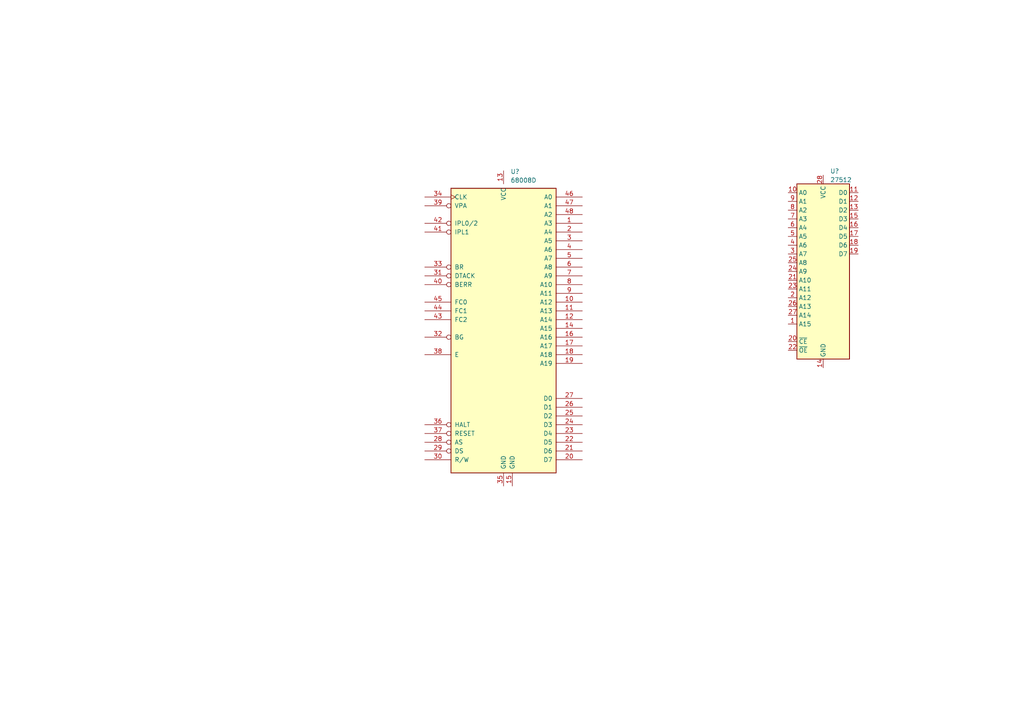
<source format=kicad_sch>
(kicad_sch (version 20211123) (generator eeschema)
  (paper "A4")
  (lib_symbols
    (symbol "CPU_NXP_68000:68008D" (pin_names (offset 1.016))
      (property "Reference" "U" (at 0 2.54 0))
      (property "Value" "68008D" (at 0 -2.54 0))
      (symbol "68008D_0_1"
        (rectangle (start -15.24 -41.91) (end 15.24 40.64) (stroke (width 0.254)) (fill (type background)))
      )
      (symbol "68008D_1_1"
        (pin tri_state line (at 22.86 30.48 180) (length 7.62) (name "A3") (number "1"))
        (pin tri_state line (at 22.86 7.62 180) (length 7.62) (name "A12") (number "10"))
        (pin tri_state line (at 22.86 5.08 180) (length 7.62) (name "A13") (number "11"))
        (pin tri_state line (at 22.86 2.54 180) (length 7.62) (name "A14") (number "12"))
        (pin power_in line (at 0 45.72 270) (length 3.81) (name "VCC") (number "13"))
        (pin tri_state line (at 22.86 0 180) (length 7.62) (name "A15") (number "14"))
        (pin power_in line (at 2.54 -45.72 90) (length 3.81) (name "GND") (number "15"))
        (pin tri_state line (at 22.86 -2.54 180) (length 7.62) (name "A16") (number "16"))
        (pin tri_state line (at 22.86 -5.08 180) (length 7.62) (name "A17") (number "17"))
        (pin tri_state line (at 22.86 -7.62 180) (length 7.62) (name "A18") (number "18"))
        (pin tri_state line (at 22.86 -10.16 180) (length 7.62) (name "A19") (number "19"))
        (pin tri_state line (at 22.86 27.94 180) (length 7.62) (name "A4") (number "2"))
        (pin tri_state line (at 22.86 -38.1 180) (length 7.62) (name "D7") (number "20"))
        (pin tri_state line (at 22.86 -35.56 180) (length 7.62) (name "D6") (number "21"))
        (pin tri_state line (at 22.86 -33.02 180) (length 7.62) (name "D5") (number "22"))
        (pin tri_state line (at 22.86 -30.48 180) (length 7.62) (name "D4") (number "23"))
        (pin tri_state line (at 22.86 -27.94 180) (length 7.62) (name "D3") (number "24"))
        (pin tri_state line (at 22.86 -25.4 180) (length 7.62) (name "D2") (number "25"))
        (pin tri_state line (at 22.86 -22.86 180) (length 7.62) (name "D1") (number "26"))
        (pin tri_state line (at 22.86 -20.32 180) (length 7.62) (name "D0") (number "27"))
        (pin tri_state inverted (at -22.86 -33.02 0) (length 7.62) (name "AS") (number "28"))
        (pin tri_state inverted (at -22.86 -35.56 0) (length 7.62) (name "DS") (number "29"))
        (pin tri_state line (at 22.86 25.4 180) (length 7.62) (name "A5") (number "3"))
        (pin tri_state line (at -22.86 -38.1 0) (length 7.62) (name "R/W") (number "30"))
        (pin input inverted (at -22.86 15.24 0) (length 7.62) (name "DTACK") (number "31"))
        (pin output inverted (at -22.86 -2.54 0) (length 7.62) (name "BG") (number "32"))
        (pin input inverted (at -22.86 17.78 0) (length 7.62) (name "BR") (number "33"))
        (pin input clock (at -22.86 38.1 0) (length 7.62) (name "CLK") (number "34"))
        (pin power_in line (at 0 -45.72 90) (length 3.81) (name "GND") (number "35"))
        (pin bidirectional inverted (at -22.86 -27.94 0) (length 7.62) (name "HALT") (number "36"))
        (pin bidirectional inverted (at -22.86 -30.48 0) (length 7.62) (name "RESET") (number "37"))
        (pin output line (at -22.86 -7.62 0) (length 7.62) (name "E") (number "38"))
        (pin input inverted (at -22.86 35.56 0) (length 7.62) (name "VPA") (number "39"))
        (pin tri_state line (at 22.86 22.86 180) (length 7.62) (name "A6") (number "4"))
        (pin input inverted (at -22.86 12.7 0) (length 7.62) (name "BERR") (number "40"))
        (pin input inverted (at -22.86 27.94 0) (length 7.62) (name "IPL1") (number "41"))
        (pin input inverted (at -22.86 30.48 0) (length 7.62) (name "IPL0/2") (number "42"))
        (pin output line (at -22.86 2.54 0) (length 7.62) (name "FC2") (number "43"))
        (pin output line (at -22.86 5.08 0) (length 7.62) (name "FC1") (number "44"))
        (pin output line (at -22.86 7.62 0) (length 7.62) (name "FC0") (number "45"))
        (pin tri_state line (at 22.86 38.1 180) (length 7.62) (name "A0") (number "46"))
        (pin tri_state line (at 22.86 35.56 180) (length 7.62) (name "A1") (number "47"))
        (pin tri_state line (at 22.86 33.02 180) (length 7.62) (name "A2") (number "48"))
        (pin tri_state line (at 22.86 20.32 180) (length 7.62) (name "A7") (number "5"))
        (pin tri_state line (at 22.86 17.78 180) (length 7.62) (name "A8") (number "6"))
        (pin tri_state line (at 22.86 15.24 180) (length 7.62) (name "A9") (number "7"))
        (pin tri_state line (at 22.86 12.7 180) (length 7.62) (name "A10") (number "8"))
        (pin tri_state line (at 22.86 10.16 180) (length 7.62) (name "A11") (number "9"))
      )
    )
    (symbol "Memory_EPROM:27512"
      (property "Reference" "U" (at -7.62 26.67 0))
      (property "Value" "27512" (at 2.54 -26.67 0))
      (symbol "27512_1_1"
        (rectangle (start -7.62 25.4) (end 7.62 -25.4) (stroke (width 0.254)) (fill (type background)))
        (pin input line (at -10.16 -15.24 0) (length 2.54) (name "A15") (number "1"))
        (pin input line (at -10.16 22.86 0) (length 2.54) (name "A0") (number "10"))
        (pin tri_state line (at 10.16 22.86 180) (length 2.54) (name "D0") (number "11"))
        (pin tri_state line (at 10.16 20.32 180) (length 2.54) (name "D1") (number "12"))
        (pin tri_state line (at 10.16 17.78 180) (length 2.54) (name "D2") (number "13"))
        (pin power_in line (at 0 -27.94 90) (length 2.54) (name "GND") (number "14"))
        (pin tri_state line (at 10.16 15.24 180) (length 2.54) (name "D3") (number "15"))
        (pin tri_state line (at 10.16 12.7 180) (length 2.54) (name "D4") (number "16"))
        (pin tri_state line (at 10.16 10.16 180) (length 2.54) (name "D5") (number "17"))
        (pin tri_state line (at 10.16 7.62 180) (length 2.54) (name "D6") (number "18"))
        (pin tri_state line (at 10.16 5.08 180) (length 2.54) (name "D7") (number "19"))
        (pin input line (at -10.16 -7.62 0) (length 2.54) (name "A12") (number "2"))
        (pin input line (at -10.16 -20.32 0) (length 2.54) (name "~{CE}") (number "20"))
        (pin input line (at -10.16 -2.54 0) (length 2.54) (name "A10") (number "21"))
        (pin input line (at -10.16 -22.86 0) (length 2.54) (name "~{OE}") (number "22"))
        (pin input line (at -10.16 -5.08 0) (length 2.54) (name "A11") (number "23"))
        (pin input line (at -10.16 0 0) (length 2.54) (name "A9") (number "24"))
        (pin input line (at -10.16 2.54 0) (length 2.54) (name "A8") (number "25"))
        (pin input line (at -10.16 -10.16 0) (length 2.54) (name "A13") (number "26"))
        (pin input line (at -10.16 -12.7 0) (length 2.54) (name "A14") (number "27"))
        (pin power_in line (at 0 27.94 270) (length 2.54) (name "VCC") (number "28"))
        (pin input line (at -10.16 5.08 0) (length 2.54) (name "A7") (number "3"))
        (pin input line (at -10.16 7.62 0) (length 2.54) (name "A6") (number "4"))
        (pin input line (at -10.16 10.16 0) (length 2.54) (name "A5") (number "5"))
        (pin input line (at -10.16 12.7 0) (length 2.54) (name "A4") (number "6"))
        (pin input line (at -10.16 15.24 0) (length 2.54) (name "A3") (number "7"))
        (pin input line (at -10.16 17.78 0) (length 2.54) (name "A2") (number "8"))
        (pin input line (at -10.16 20.32 0) (length 2.54) (name "A1") (number "9"))
      )
    )
  )
  (symbol (lib_id "Memory_EPROM:27512") (at 238.76 78.74 0) (unit 1)
    (property "Reference" "U?" (at 240.7794 49.6402 0) (effects (justify left)))
    (property "Value" "27512" (at 240.7794 52.1771 0) (effects (justify left)))
    (property "Footprint" "Package_DIP:DIP-28_W15.24mm" (effects hide))
    (property "Datasheet" "http://pdf.datasheetcatalog.com/datasheets/120/227190_DS.pdf" (effects hide))
  )
  (symbol (lib_id "CPU_NXP_68000:68008D") (at 146.05 95.25 0) (unit 1)
    (property "Reference" "U?" (at 148.0694 49.7672 0) (effects (justify left)))
    (property "Value" "68008D" (at 148.0694 52.3041 0) (effects (justify left)))
    (property "Datasheet" "https://www.nxp.com/docs/en/reference-manual/MC68000UM.pdf" (effects hide))
  )
)
</source>
